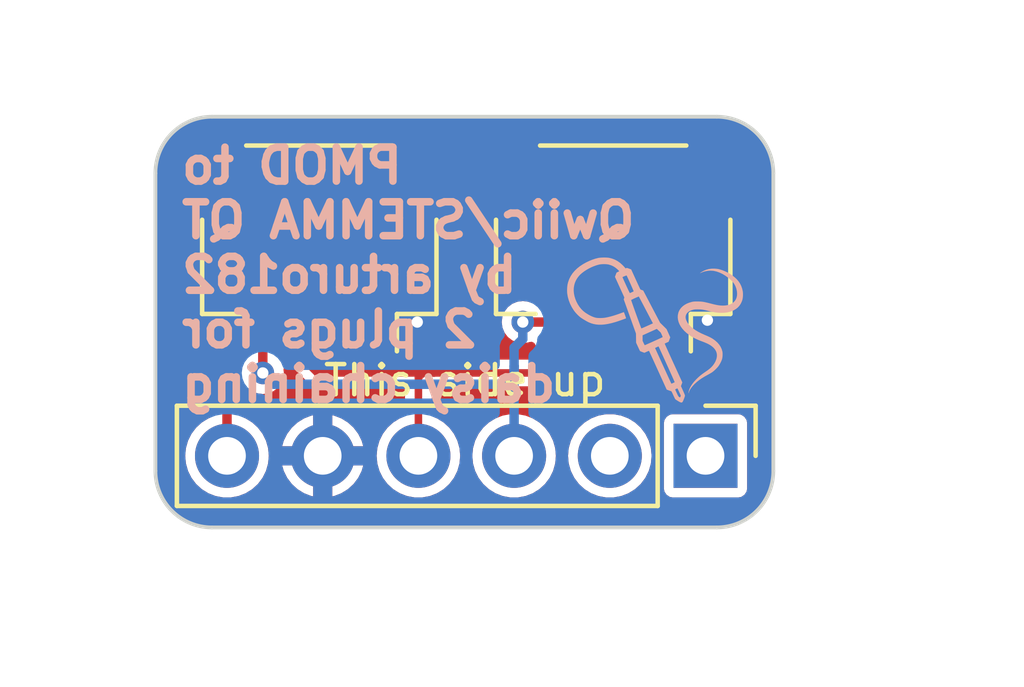
<source format=kicad_pcb>
(kicad_pcb (version 20221018) (generator pcbnew)
  (layers (0 "F.Cu" signal) (31 "B.Cu" signal) (34 "B.Paste" user) (35 "F.Paste" user) (36 "B.SilkS" user "B.Silkscreen") (37 "F.SilkS" user "F.Silkscreen") (38 "B.Mask" user) (39 "F.Mask" user) (44 "Edge.Cuts" user))
  (net 0 "")
  (net 1 "GND")
  (net 2 "+3V3")
  (net 3 "/SDA")
  (net 4 "/SCL")
  (net 5 "Net-(J1-Pad2)")
  (net 6 "/INT")
  (footprint "Connector_PinHeader_2.54mm:PinHeader_1x06_P2.54mm_Vertical" (layer "F.Cu") (at 154.4 80.8 -90)
    (fp_text reference "J1" hide)
    (fp_text value "PMOD")
    (fp_line (start -1.33 -1.33) (end 0 -1.33) (stroke (width 0.12)) (layer "F.SilkS"))
    (fp_line (start -1.33 0) (end -1.33 -1.33) (stroke (width 0.12)) (layer "F.SilkS"))
    (fp_line (start -1.33 1.27) (end -1.33 14.03) (stroke (width 0.12)) (layer "F.SilkS"))
    (fp_line (start -1.33 1.27) (end 1.33 1.27) (stroke (width 0.12)) (layer "F.SilkS"))
    (fp_line (start -1.33 14.03) (end 1.33 14.03) (stroke (width 0.12)) (layer "F.SilkS"))
    (fp_line (start 1.33 1.27) (end 1.33 14.03) (stroke (width 0.12)) (layer "F.SilkS"))
    (pad "1" thru_hole rect (at 0 0 270) (size 1.7 1.7) (drill 1) (layers "*.Cu" "*.Mask") (net 6 "/INT"))
    (pad "2" thru_hole oval (at 0 2.54 270) (size 1.7 1.7) (drill 1) (layers "*.Cu" "*.Mask") (net 5 "Net-(J1-Pad2)"))
    (pad "3" thru_hole oval (at 0 5.08 270) (size 1.7 1.7) (drill 1) (layers "*.Cu" "*.Mask") (net 4 "/SCL"))
    (pad "4" thru_hole oval (at 0 7.62 270) (size 1.7 1.7) (drill 1) (layers "*.Cu" "*.Mask") (net 3 "/SDA"))
    (pad "5" thru_hole oval (at 0 10.16 270) (size 1.7 1.7) (drill 1) (layers "*.Cu" "*.Mask") (net 1 "GND"))
    (pad "6" thru_hole oval (at 0 12.7 270) (size 1.7 1.7) (drill 1) (layers "*.Cu" "*.Mask") (net 2 "+3V3"))
  )
  (footprint "Connector_JST:JST_SH_SM04B-SRSS-TB_1x04-1MP_P1.00mm_Horizontal" (layer "F.Cu") (at 144.15 75.25 180)
    (fp_text reference "J2" hide)
    (fp_text value "Conn_Stemma_QT")
    (fp_line (start -3.11 -1.785) (end -2.06 -1.785) (stroke (width 0.12)) (layer "F.SilkS"))
    (fp_line (start -3.11 0.715) (end -3.11 -1.785) (stroke (width 0.12)) (layer "F.SilkS"))
    (fp_line (start -2.06 -1.785) (end -2.06 -2.775) (stroke (width 0.12)) (layer "F.SilkS"))
    (fp_line (start -1.94 2.685) (end 1.94 2.685) (stroke (width 0.12)) (layer "F.SilkS"))
    (fp_line (start 3.11 -1.785) (end 2.06 -1.785) (stroke (width 0.12)) (layer "F.SilkS"))
    (fp_line (start 3.11 0.715) (end 3.11 -1.785) (stroke (width 0.12)) (layer "F.SilkS"))
    (pad "1" smd roundrect (at -1.5 -2 180) (size 0.6 1.55) (layers "F.Cu" "F.Paste" "F.Mask") (net 1 "GND"))
    (pad "2" smd roundrect (at -0.5 -2 180) (size 0.6 1.55) (layers "F.Cu" "F.Paste" "F.Mask") (net 2 "+3V3"))
    (pad "3" smd roundrect (at 0.5 -2 180) (size 0.6 1.55) (layers "F.Cu" "F.Paste" "F.Mask") (net 3 "/SDA"))
    (pad "4" smd roundrect (at 1.5 -2 180) (size 0.6 1.55) (layers "F.Cu" "F.Paste" "F.Mask") (net 4 "/SCL"))
    (pad "MP" smd roundrect (at -2.8 1.875 180) (size 1.2 1.8) (layers "F.Cu" "F.Paste" "F.Mask") (roundrect_rratio 0.2083333333))
    (pad "MP" smd roundrect (at 2.8 1.875 180) (size 1.2 1.8) (layers "F.Cu" "F.Paste" "F.Mask") (roundrect_rratio 0.2083333333))
  )
  (footprint "Connector_JST:JST_SH_SM04B-SRSS-TB_1x04-1MP_P1.00mm_Horizontal" (layer "F.Cu") (at 151.95 75.25 180)
    (fp_text reference "J3" hide)
    (fp_text value "Conn_Stemma_QT")
    (fp_line (start -3.11 -1.785) (end -2.06 -1.785) (stroke (width 0.12)) (layer "F.SilkS"))
    (fp_line (start -3.11 0.715) (end -3.11 -1.785) (stroke (width 0.12)) (layer "F.SilkS"))
    (fp_line (start -2.06 -1.785) (end -2.06 -2.775) (stroke (width 0.12)) (layer "F.SilkS"))
    (fp_line (start -1.94 2.685) (end 1.94 2.685) (stroke (width 0.12)) (layer "F.SilkS"))
    (fp_line (start 3.11 -1.785) (end 2.06 -1.785) (stroke (width 0.12)) (layer "F.SilkS"))
    (fp_line (start 3.11 0.715) (end 3.11 -1.785) (stroke (width 0.12)) (layer "F.SilkS"))
    (pad "1" smd roundrect (at -1.5 -2 180) (size 0.6 1.55) (layers "F.Cu" "F.Paste" "F.Mask") (net 1 "GND"))
    (pad "2" smd roundrect (at -0.5 -2 180) (size 0.6 1.55) (layers "F.Cu" "F.Paste" "F.Mask") (net 2 "+3V3"))
    (pad "3" smd roundrect (at 0.5 -2 180) (size 0.6 1.55) (layers "F.Cu" "F.Paste" "F.Mask") (net 3 "/SDA"))
    (pad "4" smd roundrect (at 1.5 -2 180) (size 0.6 1.55) (layers "F.Cu" "F.Paste" "F.Mask") (net 4 "/SCL"))
    (pad "MP" smd roundrect (at -2.8 1.875 180) (size 1.2 1.8) (layers "F.Cu" "F.Paste" "F.Mask") (roundrect_rratio 0.2083333333))
    (pad "MP" smd roundrect (at 2.8 1.875 180) (size 1.2 1.8) (layers "F.Cu" "F.Paste" "F.Mask") (roundrect_rratio 0.2083333333))
  )
  (footprint "Symbols_Extra:SolderParty-New-Logo_5x4.2mm_SilkScreen" (layer "B.Cu") (at 152.9 77.3 180)
    (fp_text reference "G***" hide)
    (fp_text value "LOGO" hide)
    (fp_poly (pts (xy -1.659402 1.467807) (xy -1.588256 1.458206) (xy -1.519874 1.43961) (xy -1.453089 1.411698) (xy -1.386738 1.374149) (xy -1.383751 1.372232) (xy -1.364433 1.359346) (xy -1.353554 1.351074) (xy -1.351181 1.3475) (xy -1.357382 1.348711) (xy -1.36875 1.353263) (xy -1.400607 1.366828) (xy -1.426134 1.37702) (xy -1.448008 1.384814) (xy -1.468903 1.391187) (xy -1.483243 1.395034) (xy -1.558942 1.409927) (xy -1.632463 1.415102) (xy -1.703958 1.410567) (xy -1.723096 1.407652) (xy -1.798972 1.390048) (xy -1.874526 1.363288) (xy -1.950061 1.327208) (xy -2.025883 1.281648) (xy -2.102295 1.226448) (xy -2.166305 1.173264) (xy -2.21714 1.122359) (xy -2.259165 1.066726) (xy -2.29242 1.006294) (xy -2.316942 0.940995) (xy -2.332767 0.870761) (xy -2.333247 0.867671) (xy -2.338517 0.806089) (xy -2.335079 0.749099) (xy -2.323241 0.696973) (xy -2.303313 0.649979) (xy -2.275604 0.608388) (xy -2.240424 0.572471) (xy -2.198081 0.542497) (xy -2.148885 0.518736) (xy -2.093146 0.501459) (xy -2.031172 0.490936) (xy -1.963273 0.487437) (xy -1.901103 0.49019) (xy -1.871361 0.493096) (xy -1.842098 0.496841) (xy -1.811767 0.501735) (xy -1.778822 0.508086) (xy -1.741718 0.516204) (xy -1.69891 0.526399) (xy -1.648851 0.538979) (xy -1.62 0.54642) (xy -1.565151 0.56037) (xy -1.518032 0.571598) (xy -1.476837 0.580378) (xy -1.439756 0.586984) (xy -1.40498 0.59169) (xy -1.370699 0.59477) (xy -1.335106 0.596499) (xy -1.296392 0.597149) (xy -1.285 0.597176) (xy -1.249741 0.597049) (xy -1.222226 0.596553) (xy -1.200203 0.595492) (xy -1.181418 0.593671) (xy -1.163617 0.590896) (xy -1.144547 0.586972) (xy -1.131096 0.583876) (xy -1.062048 0.563692) (xy -0.998812 0.537248) (xy -0.94194 0.504996) (xy -0.891982 0.467386) (xy -0.849488 0.424869) (xy -0.81501 0.377896) (xy -0.789098 0.326916) (xy -0.777964 0.294845) (xy -0.765546 0.234571) (xy -0.762815 0.173592) (xy -0.769519 0.112338) (xy -0.785412 0.051237) (xy -0.810241 -0.00928) (xy -0.843759 -0.068784) (xy -0.885716 -0.126846) (xy -0.935862 -0.183038) (xy -0.993948 -0.236929) (xy -1.059725 -0.28809) (xy -1.132942 -0.336091) (xy -1.150635 -0.346539) (xy -1.21419 -0.380607) (xy -1.286948 -0.414599) (xy -1.368116 -0.448156) (xy -1.4125 -0.464989) (xy -1.477078 -0.489864) (xy -1.53298 -0.513828) (xy -1.581403 -0.537553) (xy -1.623548 -0.56171) (xy -1.660611 -0.586968) (xy -1.693792 -0.613999) (xy -1.715577 -0.63456) (xy -1.751723 -0.676974) (xy -1.778336 -0.72228) (xy -1.795391 -0.770275) (xy -1.802866 -0.820756) (xy -1.800735 -0.873518) (xy -1.788975 -0.928359) (xy -1.767561 -0.985075) (xy -1.759183 -1.00256) (xy -1.730392 -1.053324) (xy -1.6965 -1.100478) (xy -1.656455 -1.145132) (xy -1.609201 -1.188396) (xy -1.553684 -1.231382) (xy -1.519323 -1.255257) (xy -1.466211 -1.291545) (xy -1.420161 -1.324488) (xy -1.379439 -1.355503) (xy -1.342313 -1.386006) (xy -1.307049 -1.417414) (xy -1.271916 -1.451143) (xy -1.24 -1.483589) (xy -1.189066 -1.540422) (xy -1.145134 -1.597626) (xy -1.108662 -1.654407) (xy -1.080107 -1.709969) (xy -1.059928 -1.763516) (xy -1.048582 -1.814254) (xy -1.048267 -1.816608) (xy -1.047038 -1.83112) (xy -1.047593 -1.839448) (xy -1.049627 -1.840265) (xy -1.052278 -1.834111) (xy -1.05489 -1.82558) (xy -1.058969 -1.812055) (xy -1.060228 -1.807856) (xy -1.074505 -1.771796) (xy -1.0965 -1.732042) (xy -1.125278 -1.689916) (xy -1.159905 -1.64674) (xy -1.199446 -1.603836) (xy -1.216155 -1.587309) (xy -1.273306 -1.53593) (xy -1.335944 -1.486827) (xy -1.40525 -1.439179) (xy -1.482403 -1.392164) (xy -1.55 -1.354758) (xy -1.578649 -1.339221) (xy -1.608082 -1.322764) (xy -1.635442 -1.307018) (xy -1.657868 -1.293612) (xy -1.664526 -1.289456) (xy -1.694347 -1.268267) (xy -1.727518 -1.240944) (xy -1.761774 -1.209628) (xy -1.79485 -1.176463) (xy -1.824484 -1.14359) (xy -1.842849 -1.120732) (xy -1.86525 -1.088052) (xy -1.887534 -1.050282) (xy -1.908167 -1.010428) (xy -1.925612 -0.971496) (xy -1.938333 -0.936494) (xy -1.940189 -0.930183) (xy -1.946867 -0.898839) (xy -1.951464 -0.861857) (xy -1.95384 -0.82254) (xy -1.953856 -0.784191) (xy -1.951373 -0.750112) (xy -1.948514 -0.732562) (xy -1.929685 -0.668098) (xy -1.901453 -0.606925) (xy -1.863902 -0.549167) (xy -1.817114 -0.494951) (xy -1.761173 -0.4444) (xy -1.7525 -0.437533) (xy -1.723518 -0.415695) (xy -1.695243 -0.39615) (xy -1.666096 -0.378044) (xy -1.634498 -0.360522) (xy -1.598868 -0.34273) (xy -1.557629 -0.323812) (xy -1.509199 -0.302914) (xy -1.485 -0.292786) (xy -1.391216 -0.251211) (xy -1.307155 -0.208424) (xy -1.232599 -0.16428) (xy -1.167329 -0.118635) (xy -1.111128 -0.071347) (xy -1.063775 -0.02227) (xy -1.052366 -0.008554) (xy -1.017835 0.039844) (xy -0.992927 0.086832) (xy -0.977521 0.132002) (xy -0.971496 0.174951) (xy -0.97473 0.215271) (xy -0.987101 0.252558) (xy -1.008488 0.286407) (xy -1.038769 0.316411) (xy -1.077822 0.342165) (xy -1.125525 0.363264) (xy -1.167703 0.37599) (xy -1.186749 0.380377) (xy -1.204758 0.383468) (xy -1.224139 0.385467) (xy -1.247298 0.386578) (xy -1.276643 0.387006) (xy -1.2975 0.387022) (xy -1.3325 0.386613) (xy -1.363851 0.385371) (xy -1.393462 0.383012) (xy -1.423241 0.379256) (xy -1.455095 0.37382) (xy -1.490934 0.366421) (xy -1.532665 0.356778) (xy -1.579209 0.345355) (xy -1.645826 0.329445) (xy -1.705216 0.31695) (xy -1.759442 0.307577) (xy -1.810565 0.301031) (xy -1.860645 0.297019) (xy -1.911744 0.295246) (xy -1.931859 0.295099) (xy -2.010498 0.298147) (xy -2.082762 0.307611) (xy -2.150212 0.323824) (xy -2.214413 0.347119) (xy -2.2475 0.362374) (xy -2.305884 0.396246) (xy -2.356462 0.436277) (xy -2.399425 0.482696) (xy -2.434963 0.535731) (xy -2.463267 0.59561) (xy -2.477909 0.638421) (xy -2.486306 0.675516) (xy -2.491916 0.718988) (xy -2.494599 0.765567) (xy -2.494217 0.811986) (xy -2.49063 0.854974) (xy -2.487871 0.872672) (xy -2.470788 0.944713) (xy -2.44686 1.011578) (xy -2.415627 1.07389) (xy -2.376629 1.132272) (xy -2.329406 1.187347) (xy -2.273499 1.239739) (xy -2.208448 1.290071) (xy -2.15249 1.327406) (xy -2.089852 1.363451) (xy -2.022577 1.396077) (xy -1.953567 1.424075) (xy -1.885725 1.446234) (xy -1.84 1.457727) (xy -1.820161 1.46109) (xy -1.793747 1.46428) (xy -1.764183 1.466941) (xy -1.734893 1.468715) (xy -1.734476 1.468733)) (fill solid) (layer "B.SilkS"))
    (fp_poly (pts (xy 1.253353 1.762028) (xy 1.296055 1.759008) (xy 1.333588 1.754479) (xy 1.3525 1.751066) (xy 1.42621 1.732182) (xy 1.503841 1.706193) (xy 1.583279 1.673969) (xy 1.662409 1.636377) (xy 1.739116 1.594289) (xy 1.751041 1.587185) (xy 1.834447 1.532108) (xy 1.908879 1.472827) (xy 1.974302 1.409387) (xy 2.030681 1.341835) (xy 2.077982 1.270215) (xy 2.116168 1.194572) (xy 2.145205 1.114954) (xy 2.160213 1.056203) (xy 2.166309 1.019522) (xy 2.17078 0.976222) (xy 2.173492 0.929577) (xy 2.174313 0.882858) (xy 2.173109 0.839338) (xy 2.170361 0.807039) (xy 2.154246 0.715112) (xy 2.128714 0.623928) (xy 2.094331 0.534837) (xy 2.05166 0.44919) (xy 2.001267 0.368338) (xy 1.968051 0.323315) (xy 1.941965 0.292163) (xy 1.911718 0.259417) (xy 1.879651 0.227395) (xy 1.848104 0.198413) (xy 1.81942 0.174788) (xy 1.813587 0.170439) (xy 1.789621 0.153861) (xy 1.759744 0.134527) (xy 1.726294 0.11383) (xy 1.69161 0.093161) (xy 1.65803 0.073913) (xy 1.627894 0.057478) (xy 1.603539 0.045248) (xy 1.6025 0.044765) (xy 1.538116 0.018631) (xy 1.471779 -0.000894) (xy 1.40283 -0.013799) (xy 1.330608 -0.020073) (xy 1.254453 -0.019703) (xy 1.173707 -0.012679) (xy 1.08771 0.001011) (xy 0.995801 0.021378) (xy 0.897321 0.048435) (xy 0.8675 0.057515) (xy 0.845038 0.064706) (xy 0.817969 0.073709) (xy 0.787756 0.084003) (xy 0.755865 0.095065) (xy 0.72376 0.106373) (xy 0.692906 0.117404) (xy 0.664767 0.127637) (xy 0.64081 0.13655) (xy 0.622498 0.14362) (xy 0.611296 0.148325) (xy 0.608576 0.149814) (xy 0.609327 0.155015) (xy 0.612992 0.167687) (xy 0.618904 0.185964) (xy 0.626396 0.207977) (xy 0.634804 0.231859) (xy 0.643461 0.255743) (xy 0.651701 0.277761) (xy 0.658857 0.296046) (xy 0.664264 0.30873) (xy 0.667058 0.313787) (xy 0.671982 0.312607) (xy 0.684803 0.308435) (xy 0.70405 0.301781) (xy 0.728253 0.293153) (xy 0.755941 0.28306) (xy 0.757565 0.282462) (xy 0.848878 0.250048) (xy 0.933402 0.222705) (xy 1.012689 0.199983) (xy 1.088288 0.18143) (xy 1.1475 0.169222) (xy 1.186441 0.163378) (xy 1.229524 0.159458) (xy 1.274426 0.157465) (xy 1.318826 0.1574) (xy 1.360401 0.159268) (xy 1.396829 0.163072) (xy 1.425789 0.168813) (xy 1.42599 0.168868) (xy 1.481431 0.186947) (xy 1.537912 0.211055) (xy 1.596741 0.241845) (xy 1.659224 0.279969) (xy 1.6907 0.30093) (xy 1.746796 0.344919) (xy 1.79878 0.396959) (xy 1.846066 0.455792) (xy 1.888069 0.520161) (xy 1.924204 0.588808) (xy 1.953888 0.660475) (xy 1.976533 0.733905) (xy 1.991557 0.807839) (xy 1.998373 0.88102) (xy 1.996397 0.95219) (xy 1.995899 0.957204) (xy 1.984444 1.02886) (xy 1.965245 1.09548) (xy 1.937716 1.15844) (xy 1.901271 1.219117) (xy 1.863035 1.269698) (xy 1.824108 1.31137) (xy 1.77673 1.353047) (xy 1.722414 1.393879) (xy 1.662672 1.433018) (xy 1.599017 1.469616) (xy 1.532962 1.502822) (xy 1.466018 1.53179) (xy 1.3997 1.555669) (xy 1.335518 1.573612) (xy 1.3125 1.5786) (xy 1.275225 1.584086) (xy 1.232747 1.58722) (xy 1.188021 1.588029) (xy 1.144004 1.58654) (xy 1.103652 1.58278) (xy 1.069923 1.576777) (xy 1.068218 1.576357) (xy 1.004878 1.556617) (xy 0.947335 1.530254) (xy 0.893685 1.496206) (xy 0.842022 1.453407) (xy 0.833134 1.445025) (xy 0.816142 1.428414) (xy 0.802425 1.414417) (xy 0.793261 1.404383) (xy 0.789931 1.399662) (xy 0.79 1.399505) (xy 0.79536 1.396574) (xy 0.807296 1.390377) (xy 0.823447 1.382136) (xy 0.827131 1.380272) (xy 0.861763 1.362768) (xy 0.903731 1.250904) (xy 0.654135 0.702638) (xy 0.66244 0.677633) (xy 0.670744 0.652629) (xy 0.508264 0.19898) (xy 0.345785 -0.254668) (xy 0.34404 -0.376133) (xy 0.342296 -0.497598) (xy 0.292746 -0.605119) (xy 0.278595 -0.635688) (xy 0.265673 -0.663344) (xy 0.254616 -0.686747) (xy 0.246057 -0.70456) (xy 0.240633 -0.715443) (xy 0.239126 -0.71812) (xy 0.233064 -0.721912) (xy 0.219579 -0.728175) (xy 0.200673 -0.736034) (xy 0.178588 -0.744529) (xy 0.12212 -0.765459) (xy 0.06231 -0.738063) (xy 0.035603 -0.726211) (xy 0.01677 -0.718801) (xy 0.004886 -0.715525) (xy -0.000976 -0.716071) (xy -0.001537 -0.716655) (xy -0.004102 -0.721915) (xy -0.010535 -0.735697) (xy -0.020569 -0.757415) (xy -0.033934 -0.786485) (xy -0.050365 -0.822319) (xy -0.069592 -0.864334) (xy -0.09135 -0.911944) (xy -0.115369 -0.964564) (xy -0.141383 -1.021608) (xy -0.169124 -1.082492) (xy -0.198324 -1.146629) (xy -0.228716 -1.213435) (xy -0.23728 -1.23227) (xy -0.468987 -1.741898) (xy -0.520744 -1.761476) (xy -0.543006 -1.76962) (xy -0.562868 -1.776385) (xy -0.57784 -1.780951) (xy -0.584486 -1.782455) (xy -0.588925 -1.783938) (xy -0.593649 -1.788069) (xy -0.599284 -1.795952) (xy -0.606455 -1.808689) (xy -0.615787 -1.827383) (xy -0.627906 -1.853138) (xy -0.641986 -1.883865) (xy -0.655714 -1.913767) (xy -0.668481 -1.941085) (xy -0.679571 -1.964323) (xy -0.688267 -1.981989) (xy -0.693852 -1.992586) (xy -0.695 -1.994436) (xy -0.701784 -2.000619) (xy -0.715513 -2.010664) (xy -0.734486 -2.023411) (xy -0.757002 -2.037698) (xy -0.769305 -2.045204) (xy -0.800536 -2.063406) (xy -0.82504 -2.07605) (xy -0.844171 -2.083468) (xy -0.859285 -2.085994) (xy -0.871736 -2.083959) (xy -0.882877 -2.077697) (xy -0.887185 -2.074158) (xy -0.893533 -2.065319) (xy -0.902054 -2.048998) (xy -0.911943 -2.027259) (xy -0.922395 -2.002168) (xy -0.932605 -1.97579) (xy -0.941767 -1.950191) (xy -0.949078 -1.927437) (xy -0.953732 -1.909591) (xy -0.954636 -1.902875) (xy -0.844972 -1.902875) (xy -0.836276 -1.926629) (xy -0.830401 -1.940164) (xy -0.824931 -1.948687) (xy -0.82254 -1.950218) (xy -0.815738 -1.947468) (xy -0.804192 -1.940677) (xy -0.797612 -1.936299) (xy -0.790247 -1.930584) (xy -0.783493 -1.9235) (xy -0.776534 -1.913662) (xy -0.768557 -1.899688) (xy -0.758744 -1.880193) (xy -0.74628 -1.853793) (xy -0.736564 -1.832695) (xy -0.723923 -1.804926) (xy -0.712833 -1.780233) (xy -0.703933 -1.760064) (xy -0.69786 -1.745869) (xy -0.695254 -1.739095) (xy -0.695202 -1.738817) (xy -0.699243 -1.735168) (xy -0.709596 -1.729188) (xy -0.723306 -1.722303) (xy -0.737418 -1.715937) (xy -0.748977 -1.711517) (xy -0.754234 -1.710337) (xy -0.757367 -1.714689) (xy -0.763884 -1.726855) (xy -0.773129 -1.7455) (xy -0.784445 -1.769289) (xy -0.797176 -1.796886) (xy -0.801577 -1.806606) (xy -0.844972 -1.902875) (xy -0.954636 -1.902875) (xy -0.955 -1.900177) (xy -0.952956 -1.891407) (xy -0.947176 -1.874905) (xy -0.938188 -1.851985) (xy -0.926521 -1.823961) (xy -0.912703 -1.792148) (xy -0.901739 -1.76768) (xy -0.848478 -1.650287) (xy -0.866745 -1.601033) (xy -0.885011 -1.551779) (xy -0.882049 -1.545311) (xy -0.681605 -1.545311) (xy -0.675643 -1.548768) (xy -0.663233 -1.554946) (xy -0.646954 -1.562662) (xy -0.629385 -1.57073) (xy -0.613104 -1.577967) (xy -0.600691 -1.583187) (xy -0.594747 -1.585206) (xy -0.592345 -1.580766) (xy -0.586086 -1.567815) (xy -0.576248 -1.54695) (xy -0.563105 -1.51877) (xy -0.546932 -1.483871) (xy -0.528005 -1.442851) (xy -0.506599 -1.396308) (xy -0.48299 -1.34484) (xy -0.457453 -1.289044) (xy -0.430263 -1.229517) (xy -0.401695 -1.166858) (xy -0.376484 -1.111469) (xy -0.160974 -0.637625) (xy -0.206183 -0.616234) (xy -0.225286 -0.607375) (xy -0.240642 -0.600597) (xy -0.250282 -0.596747) (xy -0.252563 -0.59623) (xy -0.255607 -0.601899) (xy -0.262359 -0.61586) (xy -0.272488 -0.63738) (xy -0.285664 -0.665731) (xy -0.301557 -0.700181) (xy -0.319837 -0.74) (xy -0.340173 -0.784457) (xy -0.362236 -0.832823) (xy -0.385695 -0.884366) (xy -0.410219 -0.938357) (xy -0.435479 -0.994064) (xy -0.461145 -1.050758) (xy -0.486886 -1.107708) (xy -0.512372 -1.164184) (xy -0.537273 -1.219455) (xy -0.561259 -1.27279) (xy -0.583999 -1.32346) (xy -0.605163 -1.370734) (xy -0.624422 -1.413881) (xy -0.641444 -1.452171) (xy -0.655901 -1.484874) (xy -0.66746 -1.511259) (xy -0.675793 -1.530596) (xy -0.68057 -1.542154) (xy -0.681605 -1.545311) (xy -0.882049 -1.545311) (xy -0.649689 -1.037925) (xy -0.618776 -0.970349) (xy -0.589095 -0.905324) (xy -0.560907 -0.843424) (xy -0.534471 -0.785228) (xy -0.510046 -0.73131) (xy -0.487891 -0.682246) (xy -0.468266 -0.638613) (xy -0.45143 -0.600986) (xy -0.437644 -0.569943) (xy -0.427165 -0.546057) (xy -0.420255 -0.529907) (xy -0.417171 -0.522066) (xy -0.417044 -0.521393) (xy -0.422424 -0.518355) (xy -0.434965 -0.512166) (xy -0.452704 -0.503775) (xy -0.470444 -0.4956) (xy -0.521168 -0.472484) (xy -0.542882 -0.414072) (xy -0.564596 -0.355659) (xy -0.561099 -0.347802) (xy -0.362927 -0.347802) (xy -0.362843 -0.348893) (xy -0.357448 -0.351865) (xy -0.344033 -0.358388) (xy -0.323642 -0.367994) (xy -0.297315 -0.380213) (xy -0.266093 -0.394574) (xy -0.231019 -0.410608) (xy -0.193134 -0.427844) (xy -0.153479 -0.445813) (xy -0.113095 -0.464046) (xy -0.073025 -0.482072) (xy -0.03431 -0.499421) (xy 0.002008 -0.515623) (xy 0.034889 -0.530209) (xy 0.06329 -0.542709) (xy 0.08617 -0.552652) (xy 0.102488 -0.55957) (xy 0.111202 -0.562991) (xy 0.11235 -0.563271) (xy 0.116165 -0.558433) (xy 0.123072 -0.546235) (xy 0.132122 -0.528467) (xy 0.142366 -0.506919) (xy 0.14337 -0.504733) (xy 0.16954 -0.447588) (xy 0.16977 -0.374447) (xy 0.17 -0.301305) (xy 0.05625 -0.249886) (xy 0.019372 -0.233212) (xy -0.01958 -0.215593) (xy -0.058045 -0.198188) (xy -0.093458 -0.182157) (xy -0.123256 -0.16866) (xy -0.132225 -0.164595) (xy -0.20695 -0.130723) (xy -0.255312 -0.175322) (xy -0.273837 -0.192516) (xy -0.289948 -0.207679) (xy -0.302071 -0.219313) (xy -0.308634 -0.225923) (xy -0.309051 -0.2264) (xy -0.313736 -0.234066) (xy -0.320824 -0.248017) (xy -0.329408 -0.266184) (xy -0.338577 -0.286497) (xy -0.347422 -0.306885) (xy -0.355035 -0.325279) (xy -0.360506 -0.339608) (xy -0.362927 -0.347802) (xy -0.561099 -0.347802) (xy -0.4675 -0.137527) (xy -0.381245 -0.05251) (xy -0.310752 0.01697) (xy -0.104452 0.01697) (xy 0.046524 -0.051379) (xy 0.082805 -0.067698) (xy 0.116243 -0.082534) (xy 0.145736 -0.095414) (xy 0.170182 -0.105865) (xy 0.188481 -0.113416) (xy 0.199529 -0.117591) (xy 0.20233 -0.118265) (xy 0.204738 -0.11344) (xy 0.21024 -0.099907) (xy 0.218574 -0.07838) (xy 0.229474 -0.049572) (xy 0.242676 -0.014195) (xy 0.257915 0.027037) (xy 0.274928 0.07341) (xy 0.29345 0.124212) (xy 0.313216 0.17873) (xy 0.333962 0.23625) (xy 0.34085 0.255411) (xy 0.361801 0.313857) (xy 0.381719 0.369647) (xy 0.400349 0.422053) (xy 0.417439 0.470353) (xy 0.432734 0.513822) (xy 0.44598 0.551735) (xy 0.456924 0.583368) (xy 0.465311 0.607996) (xy 0.470889 0.624895) (xy 0.473403 0.63334) (xy 0.47352 0.634135) (xy 0.468872 0.63812) (xy 0.456686 0.645175) (xy 0.438556 0.654572) (xy 0.416077 0.665587) (xy 0.390844 0.677492) (xy 0.364453 0.689563) (xy 0.338498 0.701074) (xy 0.314574 0.711299) (xy 0.294276 0.719512) (xy 0.279199 0.724987) (xy 0.270939 0.726999) (xy 0.269961 0.726759) (xy 0.26707 0.721749) (xy 0.259928 0.708594) (xy 0.248916 0.688012) (xy 0.234414 0.660722) (xy 0.2168 0.627445) (xy 0.196457 0.588898) (xy 0.173764 0.545801) (xy 0.149101 0.498873) (xy 0.122848 0.448833) (xy 0.102547 0.410081) (xy 0.074759 0.357023) (xy 0.047838 0.30565) (xy 0.022221 0.256794) (xy -0.001656 0.211289) (xy -0.023354 0.169967) (xy -0.042435 0.133661) (xy -0.058464 0.103205) (xy -0.071001 0.07943) (xy -0.07961 0.06317) (xy -0.082775 0.057244) (xy -0.104452 0.01697) (xy -0.310752 0.01697) (xy -0.294989 0.032506) (xy -0.070904 0.460091) (xy 0.141958 0.866259) (xy 0.407201 0.866259) (xy 0.413374 0.862492) (xy 0.426283 0.85596) (xy 0.443477 0.847779) (xy 0.462506 0.839063) (xy 0.480919 0.830926) (xy 0.496266 0.824482) (xy 0.506097 0.820846) (xy 0.507981 0.820425) (xy 0.511105 0.824781) (xy 0.5179 0.837362) (xy 0.527931 0.85727) (xy 0.540768 0.88361) (xy 0.555976 0.915483) (xy 0.573124 0.951992) (xy 0.591779 0.992242) (xy 0.609451 1.030817) (xy 0.628932 1.073667) (xy 0.647025 1.11365) (xy 0.663329 1.149866) (xy 0.67744 1.181411) (xy 0.688957 1.207384) (xy 0.697477 1.226882) (xy 0.702599 1.239003) (xy 0.703969 1.24286) (xy 0.697066 1.247034) (xy 0.683747 1.253389) (xy 0.666256 1.261021) (xy 0.646837 1.269026) (xy 0.627734 1.2765) (xy 0.611191 1.282542) (xy 0.599453 1.286246) (xy 0.594819 1.286804) (xy 0.591317 1.280756) (xy 0.584419 1.26686) (xy 0.574618 1.246221) (xy 0.562406 1.219943) (xy 0.548276 1.189133) (xy 0.532721 1.154893) (xy 0.516235 1.11833) (xy 0.499309 1.080547) (xy 0.482436 1.04265) (xy 0.466111 1.005743) (xy 0.450824 0.970931) (xy 0.43707 0.939319) (xy 0.425341 0.912012) (xy 0.416131 0.890113) (xy 0.409931 0.87473) (xy 0.407235 0.866964) (xy 0.407201 0.866259) (xy 0.141958 0.866259) (xy 0.153182 0.887675) (xy 0.188683 0.900186) (xy 0.206389 0.906753) (xy 0.220376 0.912546) (xy 0.227951 0.916438) (xy 0.228342 0.916763) (xy 0.231125 0.921941) (xy 0.237664 0.935406) (xy 0.247579 0.956339) (xy 0.26049 0.983923) (xy 0.276014 1.017339) (xy 0.293773 1.055767) (xy 0.313386 1.09839) (xy 0.334471 1.144389) (xy 0.3525 1.183847) (xy 0.4725 1.446866) (xy 0.53 1.46872) (xy 0.554107 1.4778) (xy 0.570894 1.483665) (xy 0.582375 1.486683) (xy 0.590566 1.487222) (xy 0.597483 1.48565) (xy 0.605 1.4824) (xy 0.6225 1.474225) (xy 0.637273 1.493511) (xy 0.646192 1.50406) (xy 0.660501 1.519735) (xy 0.678445 1.538663) (xy 0.698268 1.558974) (xy 0.704773 1.56551) (xy 0.766779 1.621165) (xy 0.832462 1.667638) (xy 0.90245 1.70527) (xy 0.977373 1.734405) (xy 1.05 1.753743) (xy 1.080964 1.758592) (xy 1.119287 1.761823) (xy 1.162463 1.763458) (xy 1.207987 1.763519)) (fill solid) (layer "B.SilkS"))
  )
  (gr_arc (start 154.7 71.8) (mid 155.76066 72.23934) (end 156.2 73.3) (stroke (width 0.1)) (layer "Edge.Cuts"))
  (gr_line (start 139.8 73.3) (end 139.8 81.2) (stroke (width 0.1)) (layer "Edge.Cuts"))
  (gr_line (start 141.3 82.7) (end 154.7 82.7) (stroke (width 0.1)) (layer "Edge.Cuts"))
  (gr_line (start 156.2 81.2) (end 156.2 73.3) (stroke (width 0.1)) (layer "Edge.Cuts"))
  (gr_arc (start 139.8 73.3) (mid 140.23934 72.23934) (end 141.3 71.8) (stroke (width 0.1)) (layer "Edge.Cuts"))
  (gr_arc (start 141.3 82.7) (mid 140.23934 82.26066) (end 139.8 81.2) (stroke (width 0.1)) (layer "Edge.Cuts"))
  (gr_line (start 154.7 71.8) (end 141.3 71.8) (stroke (width 0.1)) (layer "Edge.Cuts"))
  (gr_arc (start 156.2 81.2) (mid 155.76066 82.26066) (end 154.7 82.7) (stroke (width 0.1)) (layer "Edge.Cuts"))
  (gr_text "PMOD to\nQwiic/STEMMA QT\nby arturo182\n2 plugs for\ndaisy chaining" (at 140.4 76) (layer "B.SilkS") (effects (font (size 0.9 0.9) (thickness 0.2)) (justify right mirror)))
  (gr_text "This side up" (at 144.2 78.8) (layer "F.SilkS") (effects (font (size 0.8 0.8) (thickness 0.12)) (justify left)))
  (via (at 154.45 77.2) (size 0.6) (drill 0.3) (layers "F.Cu" "B.Cu") (net 1))
  (via (at 146.75 77.25) (size 0.6) (drill 0.3) (layers "F.Cu" "B.Cu") (net 1))
  (segment (start 141.7 76.6) (end 142.3 76) (width 0.25) (layer "F.Cu") (net 2))
  (segment (start 142.3 76) (end 144.175 76) (width 0.25) (layer "F.Cu") (net 2))
  (segment (start 152.45 76.25) (end 152.2 76) (width 0.25) (layer "F.Cu") (net 2))
  (segment (start 141.7 80.8) (end 141.7 76.6) (width 0.25) (layer "F.Cu") (net 2))
  (segment (start 144.175 76) (end 144.3 76) (width 0.25) (layer "F.Cu") (net 2))
  (segment (start 152.45 77.25) (end 152.45 76.25) (width 0.25) (layer "F.Cu") (net 2))
  (segment (start 144.3 76) (end 144.65 76.35) (width 0.25) (layer "F.Cu") (net 2))
  (segment (start 144.65 76.35) (end 144.65 77.25) (width 0.25) (layer "F.Cu") (net 2))
  (segment (start 152.2 76) (end 144.175 76) (width 0.25) (layer "F.Cu") (net 2))
  (segment (start 151.45 77.25) (end 151.45 78.15) (width 0.2) (layer "F.Cu") (net 3))
  (segment (start 151.45 78.15) (end 151 78.6) (width 0.2) (layer "F.Cu") (net 3))
  (segment (start 151 78.6) (end 147.2 78.6) (width 0.2) (layer "F.Cu") (net 3))
  (segment (start 147.2 78.6) (end 146.9 78.6) (width 0.2) (layer "F.Cu") (net 3))
  (segment (start 143.65 77.25) (end 143.65 78.15) (width 0.2) (layer "F.Cu") (net 3))
  (segment (start 144.1 78.6) (end 147.2 78.6) (width 0.2) (layer "F.Cu") (net 3))
  (segment (start 143.65 78.15) (end 144.1 78.6) (width 0.2) (layer "F.Cu") (net 3))
  (segment (start 146.9 78.6) (end 146.78 78.72) (width 0.2) (layer "F.Cu") (net 3))
  (segment (start 146.78 78.72) (end 146.78 80.8) (width 0.2) (layer "F.Cu") (net 3))
  (segment (start 146.8 80.82) (end 146.78 80.8) (width 0.2) (layer "B.Cu") (net 3))
  (segment (start 150.45 77.25) (end 149.55 77.25) (width 0.25) (layer "F.Cu") (net 4))
  (segment (start 142.65 77.25) (end 142.65 78.6) (width 0.25) (layer "F.Cu") (net 4))
  (via (at 149.55 77.25) (size 0.6) (drill 0.3) (layers "F.Cu" "B.Cu") (net 4))
  (via (at 142.65 78.6) (size 0.6) (drill 0.3) (layers "F.Cu" "B.Cu") (net 4))
  (segment (start 142.95 78.9) (end 149.07 78.9) (width 0.25) (layer "B.Cu") (net 4))
  (segment (start 149.55 77.25) (end 149.55 77.7) (width 0.25) (layer "B.Cu") (net 4))
  (segment (start 149.55 77.7) (end 149.32 77.93) (width 0.25) (layer "B.Cu") (net 4))
  (segment (start 149.32 78.42) (end 149.32 77.93) (width 0.25) (layer "B.Cu") (net 4))
  (segment (start 149.32 78.65) (end 149.32 78.42) (width 0.25) (layer "B.Cu") (net 4))
  (segment (start 149.07 78.9) (end 149.32 78.65) (width 0.25) (layer "B.Cu") (net 4))
  (segment (start 149.32 80.8) (end 149.32 78.42) (width 0.25) (layer "B.Cu") (net 4))
  (segment (start 142.65 78.6) (end 142.95 78.9) (width 0.25) (layer "B.Cu") (net 4))
  (zone (net 1) (net_name "GND") (layers "F&B.Cu") (connect_pads (clearance 0.254)) (min_thickness 0.254) (fill yes (thermal_gap 0.254) (thermal_bridge_width 0.508))
    (polygon (pts (xy 156.5 83) (xy 139.5 83) (xy 139.5 71.5) (xy 156.5 71.5)))
  )
)
</source>
